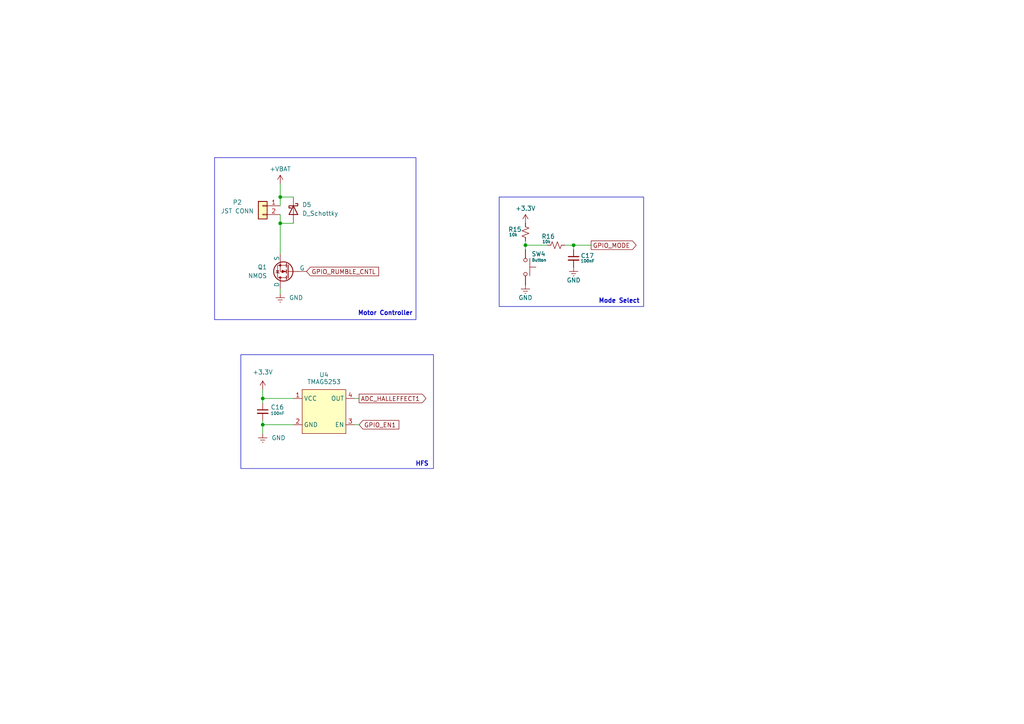
<source format=kicad_sch>
(kicad_sch (version 20250114) (generator "eeschema") (generator_version "9.0")
  (paper "A4")
  (lib_symbols
    (symbol "Connector_Generic:Conn_01x02" (pin_names (offset 1.016) (hide yes))
      (property "Reference" "J" (at 0 2.54 0))
      (property "Value" "Conn_01x02" (at 0 -5.08 0))
      (symbol "Conn_01x02_1_1"
        (rectangle (start -1.27 1.27) (end 1.27 -3.81) (stroke (width 0.254)) (fill (type background)))
        (rectangle (start -1.27 0.127) (end 0 -0.127) (stroke (width 0.1524)))
        (rectangle (start -1.27 -2.413) (end 0 -2.667) (stroke (width 0.1524)))
        (pin passive line (at -5.08 0 0) (length 3.81) (name "Pin_1") (number "1"))
        (pin passive line (at -5.08 -2.54 0) (length 3.81) (name "Pin_2") (number "2"))
      )
    )
    (symbol "Device:C_Small" (pin_numbers (hide yes)) (pin_names (offset 0.254) (hide yes))
      (property "Reference" "C" (at 0.254 1.778 0))
      (property "Value" "C_Small" (at 0.254 -2.032 0))
      (symbol "C_Small_0_1"
        (polyline (pts (xy -1.524 0.508) (xy 1.524 0.508)) (stroke (width 0.3048)))
        (polyline (pts (xy -1.524 -0.508) (xy 1.524 -0.508)) (stroke (width 0.3302)))
      )
      (symbol "C_Small_1_1"
        (pin passive line (at 0 2.54 270) (length 2.032) (name "~") (number "1"))
        (pin passive line (at 0 -2.54 90) (length 2.032) (name "~") (number "2"))
      )
    )
    (symbol "Device:D_Schottky" (pin_numbers (hide yes)) (pin_names (offset 1.016) (hide yes))
      (property "Reference" "D" (at 0 2.54 0))
      (property "Value" "D_Schottky" (at 0 -2.54 0))
      (symbol "D_Schottky_0_1"
        (polyline (pts (xy -1.905 0.635) (xy -1.905 1.27) (xy -1.27 1.27) (xy -1.27 -1.27) (xy -0.635 -1.27) (xy -0.635 -0.635)) (stroke (width 0.254)))
        (polyline (pts (xy 1.27 1.27) (xy 1.27 -1.27) (xy -1.27 0) (xy 1.27 1.27)) (stroke (width 0.254)))
        (polyline (pts (xy 1.27 0) (xy -1.27 0)))
      )
      (symbol "D_Schottky_1_1"
        (pin passive line (at -3.81 0 0) (length 2.54) (name "K") (number "1"))
        (pin passive line (at 3.81 0 180) (length 2.54) (name "A") (number "2"))
      )
    )
    (symbol "Device:R_Small_US" (pin_numbers (hide yes)) (pin_names (offset 0.254) (hide yes))
      (property "Reference" "R" (at 0.762 0.508 0))
      (property "Value" "R_Small_US" (at 0.762 -1.016 0))
      (symbol "R_Small_US_1_1"
        (polyline (pts (xy 0 1.524) (xy 1.016 1.143) (xy 0 0.762) (xy -1.016 0.381) (xy 0 0)))
        (polyline (pts (xy 0 0) (xy 1.016 -0.381) (xy 0 -0.762) (xy -1.016 -1.143) (xy 0 -1.524)))
        (pin passive line (at 0 2.54 270) (length 1.016) (name "~") (number "1"))
        (pin passive line (at 0 -2.54 90) (length 1.016) (name "~") (number "2"))
      )
    )
    (symbol "New_Library_0:TMAG5253_Linear_Hall_Effect_Sensor"
      (property "Reference" "U" (at 0 1.016 0))
      (symbol "TMAG5253_Linear_Hall_Effect_Sensor_0_0"
        (pin passive line (at -8.89 -2.54 0) (length 2.54) (name "VCC") (number "1"))
        (pin passive line (at -8.89 -10.16 0) (length 2.54) (name "GND") (number "2"))
        (pin passive line (at 8.89 -2.54 180) (length 2.54) (name "OUT") (number "4"))
        (pin passive line (at 8.89 -10.16 180) (length 2.54) (name "EN") (number "3"))
      )
      (symbol "TMAG5253_Linear_Hall_Effect_Sensor_1_1"
        (rectangle (start -6.35 0) (end 6.35 -12.7) (fill (type background)))
      )
    )
    (symbol "Simulation_SPICE:NMOS" (pin_numbers (hide yes)) (pin_names (offset 0))
      (property "Reference" "Q" (at 5.08 1.27 0))
      (property "Value" "NMOS" (at 5.08 -1.27 0))
      (symbol "NMOS_0_1"
        (polyline (pts (xy 0.254 1.905) (xy 0.254 -1.905)) (stroke (width 0.254)))
        (polyline (pts (xy 0.254 0) (xy -2.54 0)))
        (polyline (pts (xy 0.762 2.286) (xy 0.762 1.27)) (stroke (width 0.254)))
        (polyline (pts (xy 0.762 0.508) (xy 0.762 -0.508)) (stroke (width 0.254)))
        (polyline (pts (xy 0.762 -1.27) (xy 0.762 -2.286)) (stroke (width 0.254)))
        (polyline (pts (xy 0.762 -1.778) (xy 3.302 -1.778) (xy 3.302 1.778) (xy 0.762 1.778)))
        (polyline (pts (xy 1.016 0) (xy 2.032 0.381) (xy 2.032 -0.381) (xy 1.016 0)) (fill (type outline)))
        (circle (center 1.651 0) (radius 2.794) (stroke (width 0.254)))
        (polyline (pts (xy 2.54 2.54) (xy 2.54 1.778)))
        (circle (center 2.54 1.778) (radius 0.254) (fill (type outline)))
        (circle (center 2.54 -1.778) (radius 0.254) (fill (type outline)))
        (polyline (pts (xy 2.54 -2.54) (xy 2.54 0) (xy 0.762 0)))
        (polyline (pts (xy 2.794 0.508) (xy 2.921 0.381) (xy 3.683 0.381) (xy 3.81 0.254)))
        (polyline (pts (xy 3.302 0.381) (xy 2.921 -0.254) (xy 3.683 -0.254) (xy 3.302 0.381)))
      )
      (symbol "NMOS_1_1"
        (pin input line (at -5.08 0 0) (length 2.54) (name "G") (number "2"))
        (pin passive line (at 2.54 5.08 270) (length 2.54) (name "D") (number "1"))
        (pin passive line (at 2.54 -5.08 90) (length 2.54) (name "S") (number "3"))
      )
    )
    (symbol "Switch:SW_Push" (pin_numbers (hide yes)) (pin_names (offset 1.016) (hide yes))
      (property "Reference" "SW" (at 1.27 2.54 0))
      (property "Value" "SW_Push" (at 0 -1.524 0))
      (symbol "SW_Push_0_1"
        (circle (center -2.032 0) (radius 0.508))
        (polyline (pts (xy 0 1.27) (xy 0 3.048)))
        (circle (center 2.032 0) (radius 0.508))
        (polyline (pts (xy 2.54 1.27) (xy -2.54 1.27)))
        (pin passive line (at -5.08 0 0) (length 2.54) (name "1") (number "1"))
        (pin passive line (at 5.08 0 180) (length 2.54) (name "2") (number "2"))
      )
    )
    (symbol "power:+3.3V" (power) (pin_numbers (hide yes)) (pin_names (offset 0) (hide yes))
      (property "Value" "+3.3V" (at 0 3.556 0))
      (symbol "+3.3V_0_1"
        (polyline (pts (xy -0.762 1.27) (xy 0 2.54)))
        (polyline (pts (xy 0 2.54) (xy 0.762 1.27)))
        (polyline (pts (xy 0 0) (xy 0 2.54)))
      )
      (symbol "+3.3V_1_1"
        (pin power_in line (at 0 0 90) (length 0) (name "~") (number "1"))
      )
    )
    (symbol "power:Earth" (power) (pin_numbers (hide yes)) (pin_names (offset 0) (hide yes))
      (property "Value" "Earth" (at 0 -3.81 0))
      (symbol "Earth_0_1"
        (polyline (pts (xy -0.635 -1.905) (xy 0.635 -1.905)))
        (polyline (pts (xy -0.127 -2.54) (xy 0.127 -2.54)))
        (polyline (pts (xy 0 -1.27) (xy 0 0)))
        (polyline (pts (xy 1.27 -1.27) (xy -1.27 -1.27)))
      )
      (symbol "Earth_1_1"
        (pin power_in line (at 0 0 270) (length 0) (name "~") (number "1"))
      )
    )
  )
  (rectangle (start 69.85 102.87) (end 125.73 135.89))
  (rectangle (start 144.78 57.15) (end 186.69 88.9))
  (rectangle (start 62.23 45.72) (end 120.65 92.71))
  (text "HFS" (at 122.428 134.62 0) (effects (font (size 1.27 1.27) (thickness 0.254) (bold yes))))
  (text "Motor Controller" (at 111.76 90.932 0) (effects (font (size 1.27 1.27) (thickness 0.254) (bold yes))))
  (text "Mode Select" (at 179.578 87.376 0) (effects (font (size 1.27 1.27) (thickness 0.254) (bold yes))))
  (junction (at 166.37 71.12))
  (junction (at 76.2 123.19))
  (junction (at 81.28 64.77))
  (junction (at 76.2 115.57))
  (junction (at 81.28 57.15))
  (junction (at 152.4 71.12))
  (wire (pts (xy 152.4 71.12) (xy 158.75 71.12)))
  (wire (pts (xy 152.4 72.39) (xy 152.4 71.12)))
  (wire (pts (xy 163.83 71.12) (xy 166.37 71.12)))
  (wire (pts (xy 166.37 72.39) (xy 166.37 71.12)))
  (wire (pts (xy 76.2 121.92) (xy 76.2 123.19)))
  (wire (pts (xy 81.28 57.15) (xy 81.28 59.69)))
  (wire (pts (xy 76.2 115.57) (xy 85.09 115.57)))
  (wire (pts (xy 81.28 85.09) (xy 81.28 83.82)))
  (wire (pts (xy 171.45 71.12) (xy 166.37 71.12)))
  (wire (pts (xy 81.28 64.77) (xy 81.28 73.66)))
  (wire (pts (xy 81.28 62.23) (xy 81.28 64.77)))
  (wire (pts (xy 152.4 69.85) (xy 152.4 71.12)))
  (wire (pts (xy 76.2 123.19) (xy 76.2 125.73)))
  (wire (pts (xy 76.2 113.03) (xy 76.2 115.57)))
  (wire (pts (xy 104.14 115.57) (xy 102.87 115.57)))
  (wire (pts (xy 85.09 123.19) (xy 76.2 123.19)))
  (wire (pts (xy 81.28 53.34) (xy 81.28 57.15)))
  (wire (pts (xy 76.2 116.84) (xy 76.2 115.57)))
  (wire (pts (xy 81.28 57.15) (xy 85.09 57.15)))
  (wire (pts (xy 104.14 123.19) (xy 102.87 123.19)))
  (wire (pts (xy 81.28 64.77) (xy 85.09 64.77)))
  (global_label "GPIO_RUMBLE_CNTL" (shape input) (at 88.9 78.74 0) (property "Intersheetrefs" "${INTERSHEET_REFS}" (effects (hide yes))))
  (global_label "ADC_HALLEFFECT1" (shape output) (at 104.14 115.57 0) (property "Intersheetrefs" "${INTERSHEET_REFS}" (effects (hide yes))))
  (global_label "GPIO_EN1" (shape input) (at 104.14 123.19 0) (property "Intersheetrefs" "${INTERSHEET_REFS}" (effects (hide yes))))
  (global_label "GPIO_MODE" (shape output) (at 171.45 71.12 0) (property "Intersheetrefs" "${INTERSHEET_REFS}" (effects (hide yes))))
  (symbol (lib_id "Device:R_Small_US") (at 152.4 67.31 0) (unit 1)
    (property "Reference" "R15" (at 149.352 66.548 0))
    (property "Value" "10k" (at 148.844 68.072 0) (effects (font (size 0.8467 0.8467))))
    (property "Footprint" "Resistor_SMD:R_0402_1005Metric" (effects (hide yes)))
    (property "Datasheet" "https://www.lcsc.com/datasheet/lcsc_datasheet_2304140030_YAGEO-RT0402BRD0710KL_C190095.pdf" (effects (hide yes)))
    (property "Description" "Resistor, small US symbol" (effects (hide yes)))
    (property "LCSC#" "C190095" (effects (hide yes)))
    (property "MPN" "C190095" (effects (hide yes)))
  )
  (symbol (lib_id "power:Earth") (at 166.37 77.47 0) (unit 1)
    (property "Reference" "#PWR049" (effects (hide yes)))
    (property "Value" "GND" (at 166.37 81.28 0))
    (property "Description" "Power symbol creates a global label with name \"Earth\"" (effects (hide yes)))
  )
  (symbol (lib_id "power:+3.3V") (at 81.28 53.34 0) (unit 1)
    (property "Reference" "#PWR045" (effects (hide yes)))
    (property "Value" "+VBAT" (at 81.28 49.022 0))
    (property "Description" "Power symbol creates a global label with name \"+3.3V\"" (effects (hide yes)))
  )
  (symbol (lib_id "Device:C_Small") (at 76.2 119.38 0) (unit 1)
    (property "Reference" "C16" (at 78.486 118.11 0) (effects (justify left)))
    (property "Value" "100nF" (at 78.486 119.888 0) (effects (font (size 0.8467 0.8467)) (justify left)))
    (property "Footprint" "Capacitor_SMD:C_0402_1005Metric" (effects (hide yes)))
    (property "Description" "Unpolarized capacitor, small symbol" (effects (hide yes)))
    (property "LCSC#" "C1525" (effects (hide yes)))
    (property "MPN" "C1525" (effects (hide yes)))
  )
  (symbol (lib_id "power:Earth") (at 152.4 82.55 0) (unit 1)
    (property "Reference" "#PWR048" (effects (hide yes)))
    (property "Value" "GND" (at 152.4 86.36 0))
    (property "Description" "Power symbol creates a global label with name \"Earth\"" (effects (hide yes)))
  )
  (symbol (lib_id "Switch:SW_Push") (at 152.4 77.47 270) (unit 1)
    (property "Reference" "SW4" (at 158.242 73.66 90) (effects (justify right)))
    (property "Value" "Button" (at 158.496 75.438 90) (effects (font (size 0.8467 0.8467)) (justify right)))
    (property "Footprint" "footprints:SW-SMD_L3.9-W3.0-P4.45" (effects (hide yes)))
    (property "Datasheet" "https://www.lcsc.com/datasheet/lcsc_datasheet_2409302330_XUNPU-TS-1088-AR02016_C720477.pdf" (effects (hide yes)))
    (property "Description" "Push button switch, generic, two pins" (effects (hide yes)))
    (property "LCSC#" "C720477" (effects (hide yes)))
    (property "MPN" "C720477" (effects (hide yes)))
  )
  (symbol (lib_id "Connector_Generic:Conn_01x02") (at 76.2 59.69 0) (mirror y) (unit 1)
    (property "Reference" "P2" (at 68.834 58.674 0))
    (property "Value" "JST CONN" (at 68.834 61.214 0))
    (property "Footprint" "footprints:CONN-SMD_2P-P2.00_XUNPU_WAFER-PH2.0-2PWB" (effects (hide yes)))
    (property "Datasheet" "https://www.lcsc.com/datasheet/lcsc_datasheet_2411192313_XUNPU-WAFER-PH2-0-2PWB_C3029440.pdf" (effects (hide yes)))
    (property "Description" "Generic connector, single row, 01x02, script generated (kicad-library-utils/schlib/autogen/connector/)" (effects (hide yes)))
    (property "LCSC#" "C3029440" (effects (hide yes)))
    (property "MPN" "C3029440" (effects (hide yes)))
  )
  (symbol (lib_id "New_Library_0:TMAG5253_Linear_Hall_Effect_Sensor") (at 93.98 113.03 0) (unit 1)
    (property "Reference" "U4" (at 93.98 108.712 0))
    (property "Value" "TMAG5253" (at 93.98 110.744 0))
    (property "Footprint" "footprints:X2SON4_DMR_TEX" (effects (hide yes)))
    (property "Datasheet" "https://www.ti.com/lit/ds/symlink/tmag5253.pdf?ts=1738012764770&ref_url=https%253A%252F%252Fwww.ti.com%252Fproduct%252FTMAG5253" (effects (hide yes)))
    (property "Description" "Linear Hall Effect Sensor" (effects (hide yes)))
    (property "LCSC#" "C22445458" (effects (hide yes)))
    (property "MPN" "C22445458 " (effects (hide yes)))
  )
  (symbol (lib_id "power:+3.3V") (at 152.4 64.77 0) (unit 1)
    (property "Reference" "#PWR047" (effects (hide yes)))
    (property "Value" "+3.3V" (at 152.4 60.452 0))
    (property "Description" "Power symbol creates a global label with name \"+3.3V\"" (effects (hide yes)))
  )
  (symbol (lib_id "Device:R_Small_US") (at 161.29 71.12 90) (unit 1)
    (property "Reference" "R16" (at 159.004 68.58 90))
    (property "Value" "10k" (at 158.496 70.104 90) (effects (font (size 0.8467 0.8467))))
    (property "Footprint" "Resistor_SMD:R_0402_1005Metric" (effects (hide yes)))
    (property "Datasheet" "https://www.lcsc.com/datasheet/lcsc_datasheet_2304140030_YAGEO-RT0402BRD0710KL_C190095.pdf" (effects (hide yes)))
    (property "Description" "Resistor, small US symbol" (effects (hide yes)))
    (property "LCSC#" "C190095" (effects (hide yes)))
    (property "MPN" "C190095" (effects (hide yes)))
  )
  (symbol (lib_id "Device:D_Schottky") (at 85.09 60.96 270) (unit 1)
    (property "Reference" "D5" (at 87.63 59.3724 90) (effects (justify left)))
    (property "Value" "D_Schottky" (at 87.63 61.9124 90) (effects (justify left)))
    (property "Footprint" "Diode_SMD:D_SOD-123" (effects (hide yes)))
    (property "Description" "Schottky diode" (effects (hide yes)))
    (property "LCSC#" "C64885" (effects (hide yes)))
    (property "MPN" "C64885" (effects (hide yes)))
  )
  (symbol (lib_id "power:Earth") (at 76.2 125.73 0) (unit 1)
    (property "Reference" "#PWR044" (effects (hide yes)))
    (property "Value" "GND" (at 78.74 126.9999 0) (effects (justify left)))
    (property "Description" "Power symbol creates a global label with name \"Earth\"" (effects (hide yes)))
  )
  (symbol (lib_id "Device:C_Small") (at 166.37 74.93 0) (unit 1)
    (property "Reference" "C17" (at 168.402 74.168 0) (effects (justify left)))
    (property "Value" "100nF" (at 168.402 75.692 0) (effects (font (size 0.8467 0.8467)) (justify left)))
    (property "Footprint" "Capacitor_SMD:C_0402_1005Metric" (effects (hide yes)))
    (property "Description" "Unpolarized capacitor, small symbol" (effects (hide yes)))
    (property "LCSC#" "C1525" (effects (hide yes)))
    (property "MPN" "C1525" (effects (hide yes)))
  )
  (symbol (lib_id "Simulation_SPICE:NMOS") (at 83.82 78.74 180) (unit 1)
    (property "Reference" "Q1" (at 77.47 77.4699 0) (effects (justify left)))
    (property "Value" "NMOS" (at 77.47 80.0099 0) (effects (justify left)))
    (property "Footprint" "Package_TO_SOT_SMD:SOT-23" (effects (hide yes)))
    (property "Datasheet" "https://www.lcsc.com/datasheet/lcsc_datasheet_1912111437_Diodes-Incorporated-DMN3023L-7_C443825.pdf" (effects (hide yes)))
    (property "Description" "N-MOSFET transistor, drain/source/gate" (effects (hide yes)))
    (property "Sim.Device" "NMOS" (effects (hide yes)))
    (property "Sim.Type" "VDMOS" (effects (hide yes)))
    (property "Sim.Pins" "1=D 2=G 3=S" (effects (hide yes)))
    (property "LCSC#" "C443825" (effects (hide yes)))
    (property "MPN" "C443825" (effects (hide yes)))
  )
  (symbol (lib_id "power:Earth") (at 81.28 85.09 0) (unit 1)
    (property "Reference" "#PWR046" (effects (hide yes)))
    (property "Value" "GND" (at 83.82 86.3599 0) (effects (justify left)))
    (property "Description" "Power symbol creates a global label with name \"Earth\"" (effects (hide yes)))
  )
  (symbol (lib_id "power:+3.3V") (at 76.2 113.03 0) (unit 1)
    (property "Reference" "#PWR043" (effects (hide yes)))
    (property "Value" "+3.3V" (at 76.2 107.95 0))
    (property "Description" "Power symbol creates a global label with name \"+3.3V\"" (effects (hide yes)))
  )
)
</source>
